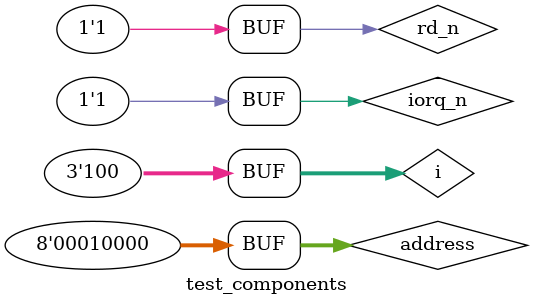
<source format=v>
module CH376s_IO_Address_Selector (address_bus,iorq_n,rd_n,cs_ch376s_n,busdir);
	input iorq_n,rd_n;
	input [7:0] address_bus;
	output cs_ch376s_n;
	output busdir;

	assign cs_ch376s_n = !((address_bus == 8'h10) & iorq_n==0);
	assign busdir = cs_ch376s_n | rd_n;
endmodule

// Testbench Code Goes here
module test_components;
	reg [7:0] address;
	reg iorq_n, rd_n;
	reg [2:0] i;
	wire busdir, cs;
	
	//	IORQ_N,RD_N,A,BUSDIR,CS_CH376S_N
	CH376s_IO_Address_Selector TST (address,iorq_n,rd_n,cs,busdir);
	
	initial
	begin
		address = 17;
		iorq_n = 0;
		rd_n = 0;
		$monitor(address,iorq_n,rd_n,busdir,cs);
		for (i = 0; i < 4; i = i + 1) begin
			#10;
			{iorq_n,rd_n} = i;
		end
		address = 16;
		for (i = 0; i < 4; i = i + 1) begin
			#10;
			{iorq_n,rd_n} = i;
		end
	end

endmodule
</source>
